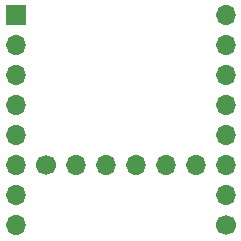
<source format=gbs>
G04 #@! TF.GenerationSoftware,KiCad,Pcbnew,8.0.1*
G04 #@! TF.CreationDate,2024-08-02T19:33:06+01:00*
G04 #@! TF.ProjectId,rn4871_interposer,726e3438-3731-45f6-996e-746572706f73,rev?*
G04 #@! TF.SameCoordinates,Original*
G04 #@! TF.FileFunction,Soldermask,Bot*
G04 #@! TF.FilePolarity,Negative*
%FSLAX46Y46*%
G04 Gerber Fmt 4.6, Leading zero omitted, Abs format (unit mm)*
G04 Created by KiCad (PCBNEW 8.0.1) date 2024-08-02 19:33:06*
%MOMM*%
%LPD*%
G01*
G04 APERTURE LIST*
%ADD10C,1.700000*%
%ADD11O,1.700000X1.700000*%
%ADD12R,1.700000X1.700000*%
G04 APERTURE END LIST*
D10*
X138430000Y-96520000D03*
D11*
X140970000Y-96520000D03*
X143510000Y-96520000D03*
X146050000Y-96520000D03*
X148590000Y-96520000D03*
X151130000Y-96520000D03*
D10*
X153670000Y-101600000D03*
D11*
X153670000Y-99060000D03*
X153670000Y-96520000D03*
X153670000Y-93980000D03*
X153670000Y-91440000D03*
X153670000Y-88900000D03*
X153670000Y-86360000D03*
X153670000Y-83820000D03*
D12*
X135890000Y-83820000D03*
D11*
X135890000Y-86360000D03*
X135890000Y-88900000D03*
X135890000Y-91440000D03*
X135890000Y-93980000D03*
X135890000Y-96520000D03*
X135890000Y-99060000D03*
X135890000Y-101600000D03*
M02*

</source>
